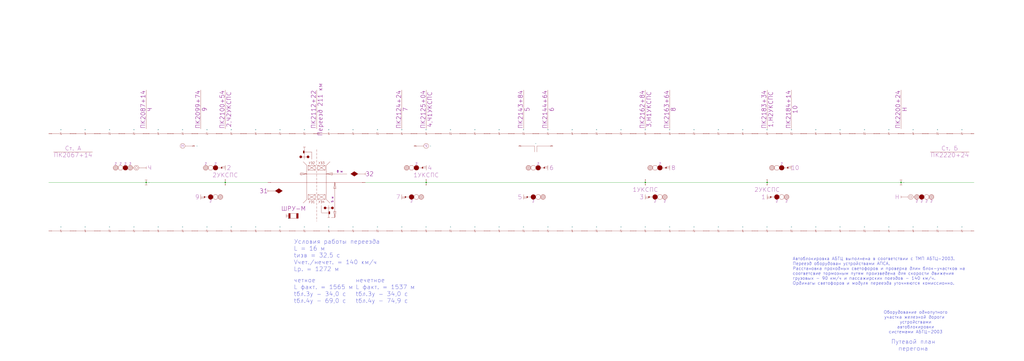
<source format=kicad_sch>
(kicad_sch (version 20231120) (generator "eeschema") (generator_version "8.0")
  (paper "User" 841 297)
  (title_block (company "МКТ АТ-351") (comment 1 "КП 27.02.03.03.000 ГЧ") (comment 2 "Сафранович") (comment 3 "Бузунова"))
  (lib_symbols
    (symbol "SCB:Входной" (pin_numbers hide) (pin_names (offset 0) hide)
      (property "Литера" "?" (at 1 0 0))
      (property "ДвухнитеваяК" "2" (at -17 3.5 0))
      (property "ДвухнитеваяЖ" "2" (at -25 3.5 0))
      (property "Двухнитевая2Ж" "2" (at -13 3.5 0))
      (property "ДвухнитеваяЗ" "2" (at -21 3.5 0))
      (property "ДвухнитеваяБ" "2" (at -8 3.5 0))
      (symbol "Входной_0_1"
        (circle (center -21 0) (radius 2))
        (polyline (pts (xy 0 -1) (xy 0 1)))
        (polyline (pts (xy 0 0) (xy -6 0)))
      )
      (symbol "Входной_1_1"
        (unit_name "Без заглушек")
        (circle (center -25 0) (radius 2))
        (circle (center -17 0) (radius 2) (fill (type outline)))
        (circle (center -13 0) (radius 2))
        (circle (center -8 0) (radius 1))
        (circle (center -8 0) (radius 2))
        (polyline (pts (xy -25 2) (xy -27 0)))
        (polyline (pts (xy -24.1875 1.8125) (xy -26.8125 -0.8125)))
        (polyline (pts (xy -23.625 1.375) (xy -26.375 -1.375)))
        (polyline (pts (xy -23.1875 0.8125) (xy -25.8125 -1.8125)))
        (polyline (pts (xy -23 0) (xy -25 -2)))
        (polyline (pts (xy -13 2) (xy -15 0)))
        (polyline (pts (xy -12.1875 1.8125) (xy -14.8125 -0.8125)))
        (polyline (pts (xy -11.625 1.375) (xy -14.375 -1.375)))
        (polyline (pts (xy -11.1875 0.8125) (xy -13.8125 -1.8125)))
        (polyline (pts (xy -11 0) (xy -13 -2)))
        (polyline (pts (xy -10 0) (xy -11 0)))
      )
      (symbol "Входной_2_1"
        (unit_name "Заглушка З")
        (circle (center -25 0) (radius 2))
        (circle (center -17 0) (radius 2) (fill (type outline)))
        (circle (center -13 0) (radius 2))
        (circle (center -8 0) (radius 1))
        (circle (center -8 0) (radius 2))
        (polyline (pts (xy -25 2) (xy -27 0)))
        (polyline (pts (xy -24.1875 1.8125) (xy -26.8125 -0.8125)))
        (polyline (pts (xy -23.625 1.375) (xy -26.375 -1.375)))
        (polyline (pts (xy -23.1875 0.8125) (xy -25.8125 -1.8125)))
        (polyline (pts (xy -23 0) (xy -25 -2)))
        (polyline (pts (xy -21 2) (xy -21 -2)))
        (polyline (pts (xy -19 0) (xy -23 0)))
        (polyline (pts (xy -13 2) (xy -15 0)))
        (polyline (pts (xy -12.1875 1.8125) (xy -14.8125 -0.8125)))
        (polyline (pts (xy -11.625 1.375) (xy -14.375 -1.375)))
        (polyline (pts (xy -11.1875 0.8125) (xy -13.8125 -1.8125)))
        (polyline (pts (xy -11 0) (xy -13 -2)))
        (polyline (pts (xy -10 0) (xy -11 0)))
      )
      (symbol "Входной_3_1"
        (unit_name "Заглушка ЗБ")
        (circle (center -25 0) (radius 2))
        (circle (center -17 0) (radius 2) (fill (type outline)))
        (circle (center -13 0) (radius 2))
        (circle (center -8 0) (radius 1))
        (circle (center -8 0) (radius 2))
        (polyline (pts (xy -25 2) (xy -27 0)))
        (polyline (pts (xy -24.1875 1.8125) (xy -26.8125 -0.8125)))
        (polyline (pts (xy -23.625 1.375) (xy -26.375 -1.375)))
        (polyline (pts (xy -23.1875 0.8125) (xy -25.8125 -1.8125)))
        (polyline (pts (xy -23 0) (xy -25 -2)))
        (polyline (pts (xy -23 0) (xy -19 0)))
        (polyline (pts (xy -21 2) (xy -21 -2)))
        (polyline (pts (xy -13 2) (xy -15 0)))
        (polyline (pts (xy -12.1875 1.8125) (xy -14.8125 -0.8125)))
        (polyline (pts (xy -11.625 1.375) (xy -14.375 -1.375)))
        (polyline (pts (xy -11.1875 0.8125) (xy -13.8125 -1.8125)))
        (polyline (pts (xy -11 0) (xy -13 -2)))
        (polyline (pts (xy -10 0) (xy -11 0)))
        (polyline (pts (xy -8 2) (xy -8 -2)))
        (polyline (pts (xy -6 0) (xy -10 0)))
      )
    )
    (symbol "SCB:Изостык" (pin_numbers hide) (pin_names (offset 0) hide)
      (symbol "Изостык_0_1"
        (polyline (pts (xy -1 -2) (xy 1 -2)))
        (polyline (pts (xy 0 -2) (xy 0 2)))
        (polyline (pts (xy 1 2) (xy -1 2)))
      )
      (symbol "Изостык_1_1"
        (unit_name "Одиночный")
        (pin unspecified line (at 0 0 90) (length 0) (name "привязка") (number ""))
      )
      (symbol "Изостык_2_1"
        (unit_name "Со светофором")
        (polyline (pts (xy -5 0) (xy 5 0)))
        (pin unspecified line (at 5 0 180) (length 0) (name "") (number ""))
        (pin unspecified line (at -5 0 0) (length 0) (name "привязка") (number ""))
      )
    )
    (symbol "SCB:Магистральный_кабель" (pin_numbers hide) (pin_names (offset 0) hide)
      (symbol "Магистральный_кабель_0_1"
        (polyline (pts (xy -8 0) (xy -1 0)))
        (polyline (pts (xy 1 0) (xy 8 0)))
      )
      (symbol "Магистральный_кабель_1_1"
        (text "N" (at 0 0 0) (effects (font (size 1.8 1.8))))
        (pin power_in line (at -10 0 0) (length 2.54) (name "привязка") (number ""))
        (pin power_in line (at 10 0 180) (length 2.54) (name "привязка") (number ""))
      )
    )
    (symbol "SCB:Пикет"
      (property "Пикет" "ПК0000+00" (at 0 2.5 0))
      (property "Объект" "Ч" (at 0 -3 0))
      (symbol "Пикет_0_1"
        (polyline (pts (xy -16 0) (xy 16 0)))
      )
    )
    (symbol "SCB:Проходной_3" (pin_numbers hide) (pin_names (offset 0) hide)
      (property "Литера" "?" (at 3 0 0))
      (property "ДвухнитеваяК" "2" (at -8 3.5 0))
      (property "ДвухнитеваяЖ" "2" (at -16 3.5 0))
      (property "ДвухнитеваяЗ" "2" (at -12 3.5 0))
      (symbol "Проходной_3_0_0"
        (circle (center -16 0) (radius 2))
        (polyline (pts (xy -16 2) (xy -18 0)))
        (polyline (pts (xy -15.1875 1.8125) (xy -17.8125 -0.8125)))
        (polyline (pts (xy -14.625 1.375) (xy -17.375 -1.375)))
        (polyline (pts (xy -14.1875 0.8125) (xy -16.8125 -1.8125)))
        (polyline (pts (xy -14 0) (xy -16 -2)))
      )
      (symbol "Проходной_3_0_1"
        (circle (center -12 0) (radius 2))
        (circle (center -8 0) (radius 2) (fill (type outline)))
      )
      (symbol "Проходной_3_1_1"
        (unit_name "Мачта ЖБИ")
        (circle (center -16 0) (radius 2))
        (polyline (pts (xy -16 2) (xy -18 0)))
        (polyline (pts (xy -15.1875 1.8125) (xy -17.8125 -0.8125)))
        (polyline (pts (xy -14.625 1.375) (xy -17.375 -1.375)))
        (polyline (pts (xy -14.1875 0.8125) (xy -16.8125 -1.8125)))
        (polyline (pts (xy -14 0) (xy -16 -2)))
        (polyline (pts (xy 0 -1) (xy 0 1)))
        (polyline (pts (xy 0 0) (xy -6 0)))
      )
      (symbol "Проходной_3_2_1"
        (unit_name "В туннелях")
        (circle (center -16 0) (radius 2))
        (polyline (pts (xy -16 2) (xy -18 0)))
        (polyline (pts (xy -15.1875 1.8125) (xy -17.8125 -0.8125)))
        (polyline (pts (xy -14.625 1.375) (xy -17.375 -1.375)))
        (polyline (pts (xy -14.1875 0.8125) (xy -16.8125 -1.8125)))
        (polyline (pts (xy -14 0) (xy -16 -2)))
        (polyline (pts (xy 0 -1) (xy 0 1)))
        (polyline (pts (xy 0 -1) (xy 1 -1)))
        (polyline (pts (xy 0 0) (xy -6 0)))
        (polyline (pts (xy 0 1) (xy 1 1)))
      )
      (symbol "Проходной_3_3_1"
        (unit_name "Мачта сталь")
        (circle (center -16 0) (radius 2))
        (polyline (pts (xy -16 2) (xy -18 0)))
        (polyline (pts (xy -15.1875 1.8125) (xy -17.8125 -0.8125)))
        (polyline (pts (xy -14.625 1.375) (xy -17.375 -1.375)))
        (polyline (pts (xy -14.1875 0.8125) (xy -16.8125 -1.8125)))
        (polyline (pts (xy -14 0) (xy -16 -2)))
        (polyline (pts (xy 0 -1) (xy -7 -1)))
        (polyline (pts (xy 0 1) (xy -7 1)))
        (polyline (pts (xy 0 2) (xy 0 -2)))
      )
      (symbol "Проходной_3_4_1"
        (unit_name "С муфтой")
        (circle (center -3 0) (radius 0.5) (fill (type outline)))
        (polyline (pts (xy -6 0) (xy 0 0)))
        (polyline (pts (xy 0 -2) (xy 0 2)))
        (polyline (pts (xy 0 1) (xy -3 1) (xy -3 1)))
        (pin input line (at -3 1 270) (length 1) (name "") (number ""))
      )
      (symbol "Проходной_3_5_1"
        (unit_name "1ТЯ")
        (circle (center -16 0) (radius 2))
        (polyline (pts (xy -16 2) (xy -18 0)))
        (polyline (pts (xy -15.1875 1.8125) (xy -17.8125 -0.8125)))
        (polyline (pts (xy -14.625 1.375) (xy -17.375 -1.375)))
        (polyline (pts (xy -14.1875 0.8125) (xy -16.8125 -1.8125)))
        (polyline (pts (xy -14 0) (xy -16 -2)))
        (polyline (pts (xy 0 -2) (xy 0 2)))
        (polyline (pts (xy 0 0) (xy -6 0)))
        (polyline (pts (xy -3 1) (xy -3 1) (xy 0 1)))
        (pin input line (at -3 1 270) (length 1) (name "") (number ""))
      )
      (symbol "Проходной_3_6_1"
        (unit_name "2ТЯ")
        (circle (center -16 0) (radius 2))
        (polyline (pts (xy -16 2) (xy -18 0)))
        (polyline (pts (xy -15.1875 1.8125) (xy -17.8125 -0.8125)))
        (polyline (pts (xy -14.625 1.375) (xy -17.375 -1.375)))
        (polyline (pts (xy -14.1875 0.8125) (xy -16.8125 -1.8125)))
        (polyline (pts (xy -14 0) (xy -16 -2)))
        (polyline (pts (xy -3 1) (xy 0 1)))
        (polyline (pts (xy 0 -2) (xy 0 2)))
        (polyline (pts (xy 0 -1) (xy -3 -1)))
        (polyline (pts (xy 0 0) (xy -6 0)))
        (pin input line (at -3 -1 90) (length 1) (name "") (number ""))
        (pin input line (at -3 1 270) (length 1) (name "") (number ""))
      )
    )
    (symbol "SCB:УКСПС" (pin_numbers hide) (pin_names (offset 0) hide)
      (property "Литера" "?УКСПС" (at 0 6 0))
      (symbol "УКСПС_0_1"
        (polyline (pts (xy 0 -2) (xy 0 2)))
      )
      (symbol "УКСПС_1_1"
        (unit_name "Без направления")
        (circle (center 0 -2) (radius 0.25) (fill (type outline)))
        (circle (center 0 2) (radius 0.25) (fill (type outline)))
        (pin unspecified line (at 0 0 90) (length 0) (name "привязка") (number ""))
      )
      (symbol "УКСПС_2_1"
        (unit_name "С направлением")
        (circle (center 0 -2) (radius 0.25) (fill (type outline)))
        (polyline (pts (xy -1.5 2.5) (xy -5.5 2.5)))
        (polyline (pts (xy -5.5 2.5) (xy -4 3) (xy -4 2) (xy -5.5 2.5)) (fill (type outline)))
        (circle (center 0 2) (radius 0.25) (fill (type outline)))
        (pin unspecified line (at 0 0 90) (length 0) (name "привязка") (number ""))
      )
    )
    (symbol "SCB:Шкаф_релейный"
      (property "Шкаф" "РШ" (at 0 6 0))
      (symbol "Шкаф_релейный_0_1"
        (rectangle (start -4 2) (end 4 -2))
      )
      (symbol "Шкаф_релейный_1_1"
        (unit_name "Наружной установки")
        (rectangle (start -4 2) (end -2.5 -2) (fill (type outline)))
        (rectangle (start 2.5 2) (end 4 -2) (fill (type outline)))
      )
      (symbol "Шкаф_релейный_2_1"
        (unit_name "С телефоном")
        (rectangle (start -4 2) (end -2.5 -2) (fill (type outline)))
        (polyline (pts (xy -6 1.5) (xy -6 -1.5)))
        (polyline (pts (xy -4 0) (xy -6 0)))
        (rectangle (start 2.5 2) (end 4 -2) (fill (type outline)))
      )
      (symbol "Шкаф_релейный_3_1"
        (unit_name "Туннельной установки")
        (polyline (pts (xy -4 -0.5) (xy -2.5 0.5)))
        (polyline (pts (xy -2.5 2) (xy -2.5 -2)))
        (polyline (pts (xy 2.5 -0.5) (xy 4 0.5)))
        (polyline (pts (xy 2.5 2) (xy 2.5 -2)))
      )
    )
    (symbol "SCB_АБТЦ:Деление_перегона"
      (symbol "Деление_перегона_0_1"
        (polyline (pts (xy -14 5) (xy -12 4.5)))
        (polyline (pts (xy -14 5) (xy -12 5.5)))
        (polyline (pts (xy 14 5) (xy 12 4.5)))
        (polyline (pts (xy 14 5) (xy 12 5.5)))
        (polyline (pts (xy -1 0) (xy -1 5) (xy -14 5)))
        (polyline (pts (xy 1 0) (xy 1 5) (xy 14 5)))
      )
    )
    (symbol "SCB_АБТЦ:Переезд_1п" (pin_numbers hide) (pin_names (offset 0) hide)
      (property "Л.заградительного.1" "?1" (at -43.5 3 0))
      (property "Л.заградительного.2" "?2" (at 43.5 17 0))
      (property "Ширина" "Ширина" (at 19 19 0))
      (property "Расстояние" "Расстояние" (at 13 -4 90))
      (symbol "Переезд_1п_0_1"
        (rectangle (start -7 0) (end -1 -4))
        (rectangle (start -7 24) (end -1 20))
        (polyline (pts (xy -40 2) (xy -40 4)))
        (polyline (pts (xy -40 3) (xy -34 3)))
        (polyline (pts (xy -14 17) (xy 25 17)))
        (polyline (pts (xy -10 39) (xy -10 29)))
        (polyline (pts (xy -9 39) (xy -11 39)))
        (polyline (pts (xy -7 31) (xy -13 31)))
        (polyline (pts (xy 7 -11) (xy 13 -11)))
        (polyline (pts (xy 9 -19) (xy 11 -19)))
        (polyline (pts (xy 10 -19) (xy 10 -9)))
        (polyline (pts (xy 15 10) (xy 15 -19)))
        (polyline (pts (xy 40 16) (xy 40 18)))
        (polyline (pts (xy 40 17) (xy 34 17)))
        (polyline (pts (xy -10 35) (xy -4 35) (xy -4 29)))
        (polyline (pts (xy 10 -15) (xy 4 -15) (xy 4 -9)))
        (polyline (pts (xy -11 -7) (xy -8 -4) (xy -8 24) (xy -11 27)))
        (polyline (pts (xy -8 17) (xy -13 18) (xy -13 16) (xy -8 17)))
        (polyline (pts (xy 8 17) (xy 13 18) (xy 13 16) (xy 8 17)))
        (polyline (pts (xy 11 -7) (xy 8 -4) (xy 8 24) (xy 11 27)))
        (polyline (pts (xy 15 -19) (xy 16 -14) (xy 14 -14) (xy 15 -19)))
        (polyline (pts (xy 15 10) (xy 16 5) (xy 14 5) (xy 15 10)))
        (rectangle (start 1 0) (end 7 -4))
        (rectangle (start 1 24) (end 7 20))
      )
      (symbol "Переезд_1п_1_1"
        (circle (center -13 31) (radius 1) (fill (type outline)))
        (rectangle (start -10 34) (end -11 36) (fill (type outline)))
        (circle (center -7 31) (radius 1) (fill (type outline)))
        (polyline (pts (xy -7 0) (xy -1 -4)))
        (polyline (pts (xy -7 24) (xy -1 20)))
        (polyline (pts (xy -1 0) (xy -7 -4)))
        (polyline (pts (xy -1 24) (xy -7 20)))
        (polyline (pts (xy 0 37) (xy 0 -22)) (stroke (width 0) (type dash_dot)))
        (polyline (pts (xy 1 0) (xy 7 -4)))
        (polyline (pts (xy 1 24) (xy 7 20)))
        (polyline (pts (xy 7 0) (xy 1 -4)))
        (polyline (pts (xy 7 24) (xy 1 20)))
        (polyline (pts (xy 15 -19) (xy 12 -19)))
        (polyline (pts (xy 38 10) (xy -38 10)))
        (polyline (pts (xy -34 3) (xy -31 1) (xy -28 3) (xy -31 5) (xy -34 3)) (fill (type outline)))
        (polyline (pts (xy 34 17) (xy 31 15) (xy 28 17) (xy 31 19) (xy 34 17)) (fill (type outline)))
        (circle (center 7 -11) (radius 1) (fill (type outline)))
        (rectangle (start 10 -14) (end 11 -16) (fill (type outline)))
        (circle (center 13 -11) (radius 1) (fill (type outline)))
        (text "УЗ1" (at -4 -6 0) (effects (font (size 1.8 1.8))))
        (text "УЗ2" (at -4 26 0) (effects (font (size 1.8 1.8))))
        (text "УЗ3" (at 4 26 0) (effects (font (size 1.8 1.8))))
        (text "УЗ4" (at 4 -6 0) (effects (font (size 1.8 1.8))))
        (pin unspecified line (at -40 10 0) (length 2.54) (name "привязка") (number ""))
        (pin unspecified line (at 40 10 180) (length 2.54) (name "привязка") (number ""))
      )
    )
    (symbol "SCB_АБТЦ:Приближение"
      (property "Направление" "Н" (at 0 0 0))
      (symbol "Приближение_0_1"
        (polyline (pts (xy 2 0) (xy 10 0)))
        (polyline (pts (xy 10 0) (xy 8 -0.5)))
        (polyline (pts (xy 10 0) (xy 8 0.5)))
        (circle (center 0 0) (radius 2))
      )
    )
  )
  (junction (at 185 150))
  (junction (at 350 150))
  (junction (at 740 150))
  (junction (at 630 150))
  (junction (at 120 150))
  (junction (at 530 150))
  (wire (pts (xy 300 150) (xy 350 150)))
  (wire (pts (xy 630 150) (xy 740 150)))
  (wire (pts (xy 530 150) (xy 630 150)))
  (wire (pts (xy 40 150) (xy 120 150)))
  (wire (pts (xy 350 150) (xy 530 150)))
  (wire (pts (xy 120 150) (xy 185 150)))
  (wire (pts (xy 185 150) (xy 220 150)))
  (wire (pts (xy 740 150) (xy 800 150)))
  (text "Оборудование однопутного\nучастка железной дороги \nустройствами\nавтоблокировки\nсистемами АБТЦ-2003" (at 752 265 0) (effects (font (size 2.5 2.5))))
  (text "четное\nL факт. = 1565 м\ntбл.Зу - З4,0 с\ntбл.4у - 69,0 с" (at 241.3 228.6 0) (effects (font (size 3.5 3.5)) (justify left top)))
  (text "Автоблокировка АБТЦ выполнена в соответствии с ТМП АБТЦ-2003.\nПереезд оборудован устройствами АПСА.\nРасстановка проходных светофоров и проверка длин блок-участков на\nсоответсвие тормозным путям произведена для скорости движения\nгрузовых - 90 км/ч и пассажирских поездов - 140 км/ч.\nОрдинаты светофоров и модуля переезда уточняются комиссионно." (at 651 223 0) (effects (font (size 2.5 2.5)) (justify left)))
  (text "нечетное\nL факт. = 1537 м\ntбл.Зу - 34,0 с\ntбл.4у - 74,9 с\n\n" (at 292.1 228.6 0) (effects (font (size 3.5 3.5)) (justify left top)))
  (text "Условия работы переезда\nL = 16 м\ntизв = 32,5 с\nVчет./нечет. = 140 км/ч\nLp. = 1272 м" (at 241.3 196.85 0) (effects (font (size 3.5 3.5)) (justify left top)))
  (text "Путевой план\nперегона" (at 750 284 0) (effects (font (size 3.5 3.5))))
  (symbol (lib_name "SCB:Магистральный_кабель") (lib_id "SCB:Магистральный_кабель") (at 350 190 0) (unit 1)
    (property "Reference" "Магистральный_кабель?" (effects (hide yes)))
    (property "Value" "~" (at 350 186.69 0))
  )
  (symbol (lib_name "SCB:Магистральный_кабель") (lib_id "SCB:Магистральный_кабель") (at 490 190 0) (unit 1)
    (property "Reference" "Магистральный_кабель?" (effects (hide yes)))
    (property "Value" "~" (at 490 186.69 0))
  )
  (symbol (lib_name "SCB:Магистральный_кабель") (lib_id "SCB:Магистральный_кабель") (at 130 110 0) (unit 1)
    (property "Reference" "Магистральный_кабель?" (effects (hide yes)))
    (property "Value" "~" (at 130 106.68 0))
  )
  (symbol (lib_name "SCB:Магистральный_кабель") (lib_id "SCB:Магистральный_кабель") (at 50 190 0) (unit 1)
    (property "Reference" "Магистральный_2" (effects (hide yes)))
    (property "Value" "~" (at 50 186.69 0))
  )
  (symbol (lib_name "SCB:Магистральный_кабель") (lib_id "SCB:Магистральный_кабель") (at 750 190 0) (unit 1)
    (property "Reference" "Магистральный_кабель?" (effects (hide yes)))
    (property "Value" "~" (at 750 186.69 0))
  )
  (symbol (lib_id "SCB:Пикет") (at 630 90 90) (unit 1)
    (property "Reference" "ПК1111" (effects (hide yes)))
    (property "Пикет" "ПК2183+34" (at 627.5 90 0) (effects (font (size 3.5 3.5))))
    (property "Объект" "1,Н2УКСПС" (at 633 90 0) (effects (font (size 3.5 3.5))))
  )
  (symbol (lib_id "SCB:Пикет") (at 330 90 90) (unit 1)
    (property "Reference" "ПК11" (effects (hide yes)))
    (property "Пикет" "ПК2124+24" (at 327.5 90 0) (effects (font (size 3.5 3.5))))
    (property "Объект" "7" (at 333 90 0) (effects (font (size 3.5 3.5))))
  )
  (symbol (lib_name "SCB:Магистральный_кабель") (lib_id "SCB:Магистральный_кабель") (at 390 190 0) (unit 1)
    (property "Reference" "Магистральный_кабель?" (effects (hide yes)))
    (property "Value" "~" (at 390 186.69 0))
  )
  (symbol (lib_name "SCB:Магистральный_кабель") (lib_id "SCB:Магистральный_кабель") (at 790 190 0) (unit 1)
    (property "Reference" "Магистральный_кабель?" (effects (hide yes)))
    (property "Value" "~" (at 790 186.69 0))
  )
  (symbol (lib_id "SCB:УКСПС") (at 185 150 0) (unit 1)
    (property "Reference" "УКСПС1" (effects (hide yes)))
    (property "Литера" "2УКСПС" (at 185 144 0) (effects (font (size 3.5 3.5))))
  )
  (symbol (lib_name "SCB:Магистральный_кабель") (lib_id "SCB:Магистральный_кабель") (at 210 190 0) (unit 1)
    (property "Reference" "Магистральный_кабель?" (effects (hide yes)))
    (property "Value" "~" (at 210 186.69 0))
  )
  (symbol (lib_name "SCB:Проходной_3") (lib_id "SCB:Проходной_3") (at 630 162 180) (unit 4)
    (property "Reference" "Проходной111" (effects (hide yes)))
    (property "Литера" "1" (at 627 162 0) (effects (font (size 3.5 3.5))))
    (property "ДвухнитеваяК" "2" (at 638 165.5 0) (effects (font (size 1.8 1.8))))
    (property "ДвухнитеваяЖ" "2" (at 646 165.5 0) (effects (font (size 1.8 1.8))))
    (property "ДвухнитеваяЗ" "2" (effects (hide yes)))
  )
  (symbol (lib_id "SCB:Пикет") (at 450 90 90) (unit 1)
    (property "Reference" "ПК12" (effects (hide yes)))
    (property "Пикет" "ПК2144+64" (at 447.5 90 0) (effects (font (size 3.5 3.5))))
    (property "Объект" "6" (at 453 90 0) (effects (font (size 3.5 3.5))))
  )
  (symbol (lib_name "SCB:Магистральный_кабель") (lib_id "SCB:Магистральный_кабель") (at 190 190 0) (unit 1)
    (property "Reference" "Магистральный_кабель?" (effects (hide yes)))
    (property "Value" "~" (at 190 186.69 0))
  )
  (symbol (lib_id "SCB_АБТЦ:Приближение") (at 350 120 180) (unit 1)
    (property "Reference" "П1" (effects (hide yes)))
    (property "Value" "~" (at 353.06 120 0) (effects (justify right)))
    (property "Направление" "Ч" (at 350 120 0) (effects (font (size 2.5 2.5))))
  )
  (symbol (lib_name "SCB:Магистральный_кабель") (lib_id "SCB:Магистральный_кабель") (at 430 190 0) (unit 1)
    (property "Reference" "Магистральный_кабель?" (effects (hide yes)))
    (property "Value" "~" (at 430 186.69 0))
  )
  (symbol (lib_name "SCB:Магистральный_кабель") (lib_id "SCB:Магистральный_кабель") (at 170 110 0) (unit 1)
    (property "Reference" "Магистральный_кабель?" (effects (hide yes)))
    (property "Value" "~" (at 170 106.68 0))
  )
  (symbol (lib_name "SCB:Магистральный_кабель") (lib_id "SCB:Магистральный_кабель") (at 770 190 0) (unit 1)
    (property "Reference" "Магистральный_кабель?" (effects (hide yes)))
    (property "Value" "~" (at 770 186.69 0))
  )
  (symbol (lib_id "SCB:Пикет") (at 430 90 90) (unit 1)
    (property "Reference" "ПК11" (effects (hide yes)))
    (property "Пикет" "ПК2143+84" (at 427.5 90 0) (effects (font (size 3.5 3.5))))
    (property "Объект" "5" (at 433 90 0) (effects (font (size 3.5 3.5))))
  )
  (symbol (lib_name "SCB:Магистральный_кабель") (lib_id "SCB:Магистральный_кабель") (at 430 110 0) (unit 1)
    (property "Reference" "Магистральный_кабель?" (effects (hide yes)))
    (property "Value" "~" (at 430 106.68 0))
  )
  (symbol (lib_name "SCB:Проходной_3") (lib_id "SCB:Проходной_3") (at 650 138 0) (unit 4)
    (property "Reference" "Проходной11" (effects (hide yes)))
    (property "Литера" "10" (at 653 138 0) (effects (font (size 3.5 3.5))))
    (property "ДвухнитеваяК" "2" (at 642 134.5 0) (effects (font (size 1.8 1.8))))
    (property "ДвухнитеваяЖ" "2" (effects (hide yes)))
    (property "ДвухнитеваяЗ" "2" (effects (hide yes)))
  )
  (symbol (lib_name "SCB:Магистральный_кабель") (lib_id "SCB:Магистральный_кабель") (at 270 110 0) (unit 1)
    (property "Reference" "Магистральный_кабель?" (effects (hide yes)))
    (property "Value" "~" (at 270 106.68 0))
  )
  (symbol (lib_name "SCB:Магистральный_кабель") (lib_id "SCB:Магистральный_кабель") (at 90 110 0) (unit 1)
    (property "Reference" "Магистральный_кабель1" (effects (hide yes)))
    (property "Value" "~" (at 90 106.68 0))
  )
  (symbol (lib_name "SCB:Магистральный_кабель") (lib_id "SCB:Магистральный_кабель") (at 650 110 0) (unit 1)
    (property "Reference" "Магистральный_кабель?" (effects (hide yes)))
    (property "Value" "~" (at 650 106.68 0))
  )
  (symbol (lib_name "SCB:Магистральный_кабель") (lib_id "SCB:Магистральный_кабель") (at 630 110 0) (unit 1)
    (property "Reference" "Магистральный_кабель?" (effects (hide yes)))
    (property "Value" "~" (at 630 106.68 0))
  )
  (symbol (lib_id "SCB:Пикет") (at 780 125 180) (unit 1)
    (property "Reference" "ПК111" (effects (hide yes)))
    (property "Пикет" "ПК2220+24" (at 780 127.5 0) (effects (font (size 3.5 3.5))))
    (property "Объект" "Ст. Б" (at 780 122 0) (effects (font (size 3.5 3.5))))
  )
  (symbol (lib_name "SCB:Магистральный_кабель") (lib_id "SCB:Магистральный_кабель") (at 510 110 0) (unit 1)
    (property "Reference" "Магистральный_кабель?" (effects (hide yes)))
    (property "Value" "~" (at 510 106.68 0))
  )
  (symbol (lib_name "SCB:Магистральный_кабель") (lib_id "SCB:Магистральный_кабель") (at 50 110 0) (unit 1)
    (property "Reference" "Магистральный_1" (effects (hide yes)))
    (property "Value" "~" (at 50 106.68 0))
  )
  (symbol (lib_name "SCB:Магистральный_кабель") (lib_id "SCB:Магистральный_кабель") (at 550 110 0) (unit 1)
    (property "Reference" "Магистральный_кабель?" (effects (hide yes)))
    (property "Value" "~" (at 550 106.68 0))
  )
  (symbol (lib_id "SCB:Пикет") (at 350 90 90) (unit 1)
    (property "Reference" "ПК12" (effects (hide yes)))
    (property "Пикет" "ПК2125+04" (at 347.5 90 0) (effects (font (size 3.5 3.5))))
    (property "Объект" "4,Ч1УКСПС" (at 353 90 0) (effects (font (size 3.5 3.5))))
  )
  (symbol (lib_name "SCB:Магистральный_кабель") (lib_id "SCB:Магистральный_кабель") (at 630 190 0) (unit 1)
    (property "Reference" "Магистральный_кабель?" (effects (hide yes)))
    (property "Value" "~" (at 630 186.69 0))
  )
  (symbol (lib_name "SCB:Магистральный_кабель") (lib_id "SCB:Магистральный_кабель") (at 370 190 0) (unit 1)
    (property "Reference" "Магистральный_кабель?" (effects (hide yes)))
    (property "Value" "~" (at 370 186.69 0))
  )
  (symbol (lib_name "SCB:Магистральный_кабель") (lib_id "SCB:Магистральный_кабель") (at 250 110 0) (unit 1)
    (property "Reference" "Магистральный_кабель?" (effects (hide yes)))
    (property "Value" "~" (at 250 106.68 0))
  )
  (symbol (lib_name "SCB:Магистральный_кабель") (lib_id "SCB:Магистральный_кабель") (at 530 190 0) (unit 1)
    (property "Reference" "Магистральный_кабель?" (effects (hide yes)))
    (property "Value" "~" (at 530 186.69 0))
  )
  (symbol (lib_name "SCB:Магистральный_кабель") (lib_id "SCB:Магистральный_кабель") (at 310 110 0) (unit 1)
    (property "Reference" "Магистральный_кабель?" (effects (hide yes)))
    (property "Value" "~" (at 310 106.68 0))
  )
  (symbol (lib_name "SCB:Магистральный_кабель") (lib_id "SCB:Магистральный_кабель") (at 710 110 0) (unit 1)
    (property "Reference" "Магистральный_кабель?" (effects (hide yes)))
    (property "Value" "~" (at 710 106.68 0))
  )
  (symbol (lib_name "SCB:Магистральный_кабель") (lib_id "SCB:Магистральный_кабель") (at 270 190 0) (unit 1)
    (property "Reference" "Магистральный_кабель?" (effects (hide yes)))
    (property "Value" "~" (at 270 186.69 0))
  )
  (symbol (lib_name "SCB:Изостык") (lib_id "SCB:Изостык") (at 740 150 0) (unit 1)
    (property "Reference" "И1" (effects (hide yes)))
    (property "Value" "~" (at 741.68 150 0) (effects (justify left)))
  )
  (symbol (lib_name "SCB:Магистральный_кабель") (lib_id "SCB:Магистральный_кабель") (at 90 190 0) (unit 1)
    (property "Reference" "Магистральный_кабель1" (effects (hide yes)))
    (property "Value" "~" (at 90 186.69 0))
  )
  (symbol (lib_name "SCB:Магистральный_кабель") (lib_id "SCB:Магистральный_кабель") (at 70 190 0) (unit 1)
    (property "Reference" "Магистральный_4" (effects (hide yes)))
    (property "Value" "~" (at 70 186.69 0))
  )
  (symbol (lib_name "SCB:Магистральный_кабель") (lib_id "SCB:Магистральный_кабель") (at 370 110 0) (unit 1)
    (property "Reference" "Магистральный_кабель?" (effects (hide yes)))
    (property "Value" "~" (at 370 106.68 0))
  )
  (symbol (lib_name "SCB:Магистральный_кабель") (lib_id "SCB:Магистральный_кабель") (at 510 190 0) (unit 1)
    (property "Reference" "Магистральный_кабель?" (effects (hide yes)))
    (property "Value" "~" (at 510 186.69 0))
  )
  (symbol (lib_name "SCB:Магистральный_кабель") (lib_id "SCB:Магистральный_кабель") (at 410 190 0) (unit 1)
    (property "Reference" "Магистральный_кабель?" (effects (hide yes)))
    (property "Value" "~" (at 410 186.69 0))
  )
  (symbol (lib_name "SCB:Магистральный_кабель") (lib_id "SCB:Магистральный_кабель") (at 330 190 0) (unit 1)
    (property "Reference" "Магистральный_кабель?" (effects (hide yes)))
    (property "Value" "~" (at 330 186.69 0))
  )
  (symbol (lib_name "SCB:Магистральный_кабель") (lib_id "SCB:Магистральный_кабель") (at 610 190 0) (unit 1)
    (property "Reference" "Магистральный_кабель?" (effects (hide yes)))
    (property "Value" "~" (at 610 186.69 0))
  )
  (symbol (lib_id "SCB:Пикет") (at 650 90 90) (unit 1)
    (property "Reference" "ПК1211" (effects (hide yes)))
    (property "Пикет" "ПК2184+14" (at 647.5 90 0) (effects (font (size 3.5 3.5))))
    (property "Объект" "10" (at 653 90 0) (effects (font (size 3.5 3.5))))
  )
  (symbol (lib_id "SCB:Пикет") (at 165 90 90) (unit 1)
    (property "Reference" "ПК1" (effects (hide yes)))
    (property "Пикет" "ПК2099+74" (at 162.5 90 0) (effects (font (size 3.5 3.5))))
    (property "Объект" "9" (at 168 90 0) (effects (font (size 3.5 3.5))))
  )
  (symbol (lib_id "SCB:Шкаф_релейный") (at 241 177.5 0) (unit 2)
    (property "Reference" "РШ1" (effects (hide yes)))
    (property "Value" "~" (at 237 179.5 0))
    (property "Шкаф" "ШРУ-М" (at 241 171.5 0) (effects (font (size 3.5 3.5))))
  )
  (symbol (lib_name "SCB:Проходной_3") (lib_id "SCB:Проходной_3") (at 350 138 0) (unit 4)
    (property "Reference" "Проходной11" (effects (hide yes)))
    (property "Литера" "4" (at 353 138 0) (effects (font (size 3.5 3.5))))
    (property "ДвухнитеваяК" "2" (at 342 134.5 0) (effects (font (size 1.8 1.8))))
    (property "ДвухнитеваяЖ" "2" (effects (hide yes)))
    (property "ДвухнитеваяЗ" "2" (effects (hide yes)))
  )
  (symbol (lib_name "SCB:Магистральный_кабель") (lib_id "SCB:Магистральный_кабель") (at 410 110 0) (unit 1)
    (property "Reference" "Магистральный_кабель?" (effects (hide yes)))
    (property "Value" "~" (at 410 106.68 0))
  )
  (symbol (lib_id "SCB:Пикет") (at 60 125 180) (unit 1)
    (property "Reference" "ПК11" (effects (hide yes)))
    (property "Пикет" "ПК2067+14" (at 60 127.5 0) (effects (font (size 3.5 3.5))))
    (property "Объект" "Ст. А" (at 60 122 0) (effects (font (size 3.5 3.5))))
  )
  (symbol (lib_name "SCB:Магистральный_кабель") (lib_id "SCB:Магистральный_кабель") (at 470 110 0) (unit 1)
    (property "Reference" "Магистральный_кабель?" (effects (hide yes)))
    (property "Value" "~" (at 470 106.68 0))
  )
  (symbol (lib_name "SCB:Магистральный_кабель") (lib_id "SCB:Магистральный_кабель") (at 450 110 0) (unit 1)
    (property "Reference" "Магистральный_кабель?" (effects (hide yes)))
    (property "Value" "~" (at 450 106.68 0))
  )
  (symbol (lib_id "SCB:УКСПС") (at 630 150 180) (unit 1)
    (property "Reference" "УКСПС1" (effects (hide yes)))
    (property "Литера" "2УКСПС" (at 630 156 0) (effects (font (size 3.5 3.5))))
  )
  (symbol (lib_id "SCB_АБТЦ:Переезд_1п") (at 260 160 0) (unit 1)
    (property "Reference" "ПЕРЕЕЗД1" (effects (hide yes)))
    (property "Л.заградительного.1" "З1" (at 216.5 157 0) (effects (font (size 3.5 3.5))))
    (property "Л.заградительного.2" "З2" (at 303.5 143 0) (effects (font (size 3.5 3.5))))
    (property "Ширина" "8 м" (at 279 141 0) (effects (font (size 1.8 1.8))))
    (property "Расстояние" "5 м" (at 273 164 90) (effects (font (size 1.8 1.8))))
  )
  (symbol (lib_name "SCB:Магистральный_кабель") (lib_id "SCB:Магистральный_кабель") (at 170 190 0) (unit 1)
    (property "Reference" "Магистральный_кабель?" (effects (hide yes)))
    (property "Value" "~" (at 170 186.69 0))
  )
  (symbol (lib_id "SCB:Пикет") (at 120 90 90) (unit 1)
    (property "Reference" "ПК1" (effects (hide yes)))
    (property "Пикет" "ПК2087+14" (at 117.5 90 0) (effects (font (size 3.5 3.5))))
    (property "Объект" "Ч" (at 123 90 0) (effects (font (size 3.5 3.5))))
  )
  (symbol (lib_id "SCB:Пикет") (at 740 90 90) (unit 1)
    (property "Reference" "ПК12111" (effects (hide yes)))
    (property "Пикет" "ПК2200+24" (at 737.5 90 0) (effects (font (size 3.5 3.5))))
    (property "Объект" "Н" (at 743 90 0) (effects (font (size 3.5 3.5))))
  )
  (symbol (lib_id "SCB:Входной") (at 740 162 180) (unit 1)
    (property "Reference" "Входной1" (effects (hide yes)))
    (property "Литера" "Н" (at 739 162 0) (effects (font (size 3.5 3.5)) (justify left)))
    (property "ДвухнитеваяК" "2" (at 757 165.5 0) (effects (font (size 1.8 1.8))))
    (property "ДвухнитеваяЖ" "2" (at 765 165.5 0) (effects (font (size 1.8 1.8))))
    (property "Двухнитевая2Ж" "2" (at 753 165.5 0) (effects (font (size 1.8 1.8))))
    (property "ДвухнитеваяЗ" "2" (at 761 165.5 0) (effects (font (size 1.8 1.8))))
    (property "ДвухнитеваяБ" "2" (effects (hide yes)))
  )
  (symbol (lib_name "SCB:Проходной_3") (lib_id "SCB:Проходной_3") (at 450 138 0) (unit 4)
    (property "Reference" "Проходной11" (effects (hide yes)))
    (property "Литера" "6" (at 453 138 0) (effects (font (size 3.5 3.5))))
    (property "ДвухнитеваяК" "2" (at 442 134.5 0) (effects (font (size 1.8 1.8))))
    (property "ДвухнитеваяЖ" "2" (effects (hide yes)))
    (property "ДвухнитеваяЗ" "2" (effects (hide yes)))
  )
  (symbol (lib_name "SCB:Магистральный_кабель") (lib_id "SCB:Магистральный_кабель") (at 770 110 0) (unit 1)
    (property "Reference" "Магистральный_кабель?" (effects (hide yes)))
    (property "Value" "~" (at 770 106.68 0))
  )
  (symbol (lib_name "SCB:Магистральный_кабель") (lib_id "SCB:Магистральный_кабель") (at 570 190 0) (unit 1)
    (property "Reference" "Магистральный_кабель?" (effects (hide yes)))
    (property "Value" "~" (at 570 186.69 0))
  )
  (symbol (lib_id "SCB:УКСПС") (at 530 150 180) (unit 1)
    (property "Reference" "УКСПС1" (effects (hide yes)))
    (property "Литера" "1УКСПС" (at 530 156 0) (effects (font (size 3.5 3.5))))
  )
  (symbol (lib_name "SCB:Магистральный_кабель") (lib_id "SCB:Магистральный_кабель") (at 290 190 0) (unit 1)
    (property "Reference" "Магистральный_кабель?" (effects (hide yes)))
    (property "Value" "~" (at 290 186.69 0))
  )
  (symbol (lib_name "SCB:Магистральный_кабель") (lib_id "SCB:Магистральный_кабель") (at 210 110 0) (unit 1)
    (property "Reference" "Магистральный_кабель?" (effects (hide yes)))
    (property "Value" "~" (at 210 106.68 0))
  )
  (symbol (lib_name "SCB:Магистральный_кабель") (lib_id "SCB:Магистральный_кабель") (at 550 190 0) (unit 1)
    (property "Reference" "Магистральный_кабель?" (effects (hide yes)))
    (property "Value" "~" (at 550 186.69 0))
  )
  (symbol (lib_name "SCB:Проходной_3") (lib_id "SCB:Проходной_3") (at 330 162 180) (unit 4)
    (property "Reference" "Проходной111" (effects (hide yes)))
    (property "Литера" "7" (at 327 162 0) (effects (font (size 3.5 3.5))))
    (property "ДвухнитеваяК" "2" (at 338 165.5 0) (effects (font (size 1.8 1.8))))
    (property "ДвухнитеваяЖ" "2" (effects (hide yes)))
    (property "ДвухнитеваяЗ" "2" (effects (hide yes)))
  )
  (symbol (lib_id "SCB:Пикет") (at 550 90 90) (unit 1)
    (property "Reference" "ПК121" (effects (hide yes)))
    (property "Пикет" "ПК2163+64" (at 547.5 90 0) (effects (font (size 3.5 3.5))))
    (property "Объект" "8" (at 553 90 0) (effects (font (size 3.5 3.5))))
  )
  (symbol (lib_name "SCB:Магистральный_кабель") (lib_id "SCB:Магистральный_кабель") (at 590 110 0) (unit 1)
    (property "Reference" "Магистральный_кабель?" (effects (hide yes)))
    (property "Value" "~" (at 590 106.68 0))
  )
  (symbol (lib_name "SCB:Магистральный_кабель") (lib_id "SCB:Магистральный_кабель") (at 330 110 0) (unit 1)
    (property "Reference" "Магистральный_кабель?" (effects (hide yes)))
    (property "Value" "~" (at 330 106.68 0))
  )
  (symbol (lib_id "SCB:Пикет") (at 530 90 90) (unit 1)
    (property "Reference" "ПК111" (effects (hide yes)))
    (property "Пикет" "ПК2162+84" (at 527.5 90 0) (effects (font (size 3.5 3.5))))
    (property "Объект" "3,Н1УКСПС" (at 533 90 0) (effects (font (size 3.5 3.5))))
  )
  (symbol (lib_name "SCB:Магистральный_кабель") (lib_id "SCB:Магистральный_кабель") (at 150 110 0) (unit 1)
    (property "Reference" "Магистральный_кабель?" (effects (hide yes)))
    (property "Value" "~" (at 150 106.68 0))
  )
  (symbol (lib_name "SCB:Магистральный_кабель") (lib_id "SCB:Магистральный_кабель") (at 150 190 0) (unit 1)
    (property "Reference" "Магистральный_кабель?" (effects (hide yes)))
    (property "Value" "~" (at 150 186.69 0))
  )
  (symbol (lib_name "SCB:Магистральный_кабель") (lib_id "SCB:Магистральный_кабель") (at 670 110 0) (unit 1)
    (property "Reference" "Магистральный_кабель?" (effects (hide yes)))
    (property "Value" "~" (at 670 106.68 0))
  )
  (symbol (lib_name "SCB:Проходной_3") (lib_id "SCB:Проходной_3") (at 550 138 0) (unit 4)
    (property "Reference" "Проходной11" (effects (hide yes)))
    (property "Литера" "8" (at 553 138 0) (effects (font (size 3.5 3.5))))
    (property "ДвухнитеваяК" "2" (at 542 134.5 0) (effects (font (size 1.8 1.8))))
    (property "ДвухнитеваяЖ" "2" (effects (hide yes)))
    (property "ДвухнитеваяЗ" "2" (effects (hide yes)))
  )
  (symbol (lib_name "SCB:Изостык") (lib_id "SCB:Изостык") (at 120 150 0) (unit 1)
    (property "Reference" "И1" (effects (hide yes)))
    (property "Value" "~" (at 121.92 150 0) (effects (justify left)))
  )
  (symbol (lib_name "SCB:Магистральный_кабель") (lib_id "SCB:Магистральный_кабель") (at 730 110 0) (unit 1)
    (property "Reference" "Магистральный_кабель?" (effects (hide yes)))
    (property "Value" "~" (at 730 106.68 0))
  )
  (symbol (lib_name "SCB:Магистральный_кабель") (lib_id "SCB:Магистральный_кабель") (at 650 190 0) (unit 1)
    (property "Reference" "Магистральный_кабель?" (effects (hide yes)))
    (property "Value" "~" (at 650 186.69 0))
  )
  (symbol (lib_name "SCB:Магистральный_кабель") (lib_id "SCB:Магистральный_кабель") (at 70 110 0) (unit 1)
    (property "Reference" "Магистральный_3" (effects (hide yes)))
    (property "Value" "~" (at 70 106.68 0))
  )
  (symbol (lib_id "SCB_АБТЦ:Приближение") (at 150 120 0) (unit 1)
    (property "Reference" "П1" (effects (hide yes)))
    (property "Value" "~" (at 161.29 120 0) (effects (justify left)))
    (property "Направление" "Н" (at 150 120 0) (effects (font (size 2.5 2.5))))
  )
  (symbol (lib_name "SCB:Магистральный_кабель") (lib_id "SCB:Магистральный_кабель") (at 690 190 0) (unit 1)
    (property "Reference" "Магистральный_кабель?" (effects (hide yes)))
    (property "Value" "~" (at 690 186.69 0))
  )
  (symbol (lib_name "SCB:Проходной_3") (lib_id "SCB:Проходной_3") (at 185 138 0) (unit 4)
    (property "Reference" "Проходной1" (effects (hide yes)))
    (property "Литера" "2" (at 188 138 0) (effects (font (size 3.5 3.5))))
    (property "ДвухнитеваяК" "2" (at 177 134.5 0) (effects (font (size 1.8 1.8))))
    (property "ДвухнитеваяЖ" "2" (at 169 134.5 0) (effects (font (size 1.8 1.8))))
    (property "ДвухнитеваяЗ" "2" (effects (hide yes)))
  )
  (symbol (lib_id "SCB_АБТЦ:Деление_перегона") (at 440 125 0) (unit 1)
    (property "Reference" "Н1" (effects (hide yes)))
    (property "Value" "~" (at 440 118.11 0))
  )
  (symbol (lib_name "SCB:Магистральный_кабель") (lib_id "SCB:Магистральный_кабель") (at 490 110 0) (unit 1)
    (property "Reference" "Магистральный_кабель?" (effects (hide yes)))
    (property "Value" "~" (at 490 106.68 0))
  )
  (symbol (lib_name "SCB:Магистральный_кабель") (lib_id "SCB:Магистральный_кабель") (at 390 110 0) (unit 1)
    (property "Reference" "Магистральный_кабель?" (effects (hide yes)))
    (property "Value" "~" (at 390 106.68 0))
  )
  (symbol (lib_name "SCB:Магистральный_кабель") (lib_id "SCB:Магистральный_кабель") (at 290 110 0) (unit 1)
    (property "Reference" "Магистральный_кабель?" (effects (hide yes)))
    (property "Value" "~" (at 290 106.68 0))
  )
  (symbol (lib_name "SCB:Магистральный_кабель") (lib_id "SCB:Магистральный_кабель") (at 570 110 0) (unit 1)
    (property "Reference" "Магистральный_кабель?" (effects (hide yes)))
    (property "Value" "~" (at 570 106.68 0))
  )
  (symbol (lib_name "SCB:Магистральный_кабель") (lib_id "SCB:Магистральный_кабель") (at 590 190 0) (unit 1)
    (property "Reference" "Магистральный_кабель?" (effects (hide yes)))
    (property "Value" "~" (at 590 186.69 0))
  )
  (symbol (lib_name "SCB:Магистральный_кабель") (lib_id "SCB:Магистральный_кабель") (at 530 110 0) (unit 1)
    (property "Reference" "Магистральный_кабель?" (effects (hide yes)))
    (property "Value" "~" (at 530 106.68 0))
  )
  (symbol (lib_name "SCB:Магистральный_кабель") (lib_id "SCB:Магистральный_кабель") (at 690 110 0) (unit 1)
    (property "Reference" "Магистральный_кабель?" (effects (hide yes)))
    (property "Value" "~" (at 690 106.68 0))
  )
  (symbol (lib_name "SCB:Магистральный_кабель") (lib_id "SCB:Магистральный_кабель") (at 750 110 0) (unit 1)
    (property "Reference" "Магистральный_кабель?" (effects (hide yes)))
    (property "Value" "~" (at 750 106.68 0))
  )
  (symbol (lib_name "SCB:Магистральный_кабель") (lib_id "SCB:Магистральный_кабель") (at 230 110 0) (unit 1)
    (property "Reference" "Магистральный_кабель?" (effects (hide yes)))
    (property "Value" "~" (at 230 106.68 0))
  )
  (symbol (lib_name "SCB:Проходной_3") (lib_id "SCB:Проходной_3") (at 165 162 180) (unit 4)
    (property "Reference" "Проходной11" (effects (hide yes)))
    (property "Литера" "9" (at 162 162 0) (effects (font (size 3.5 3.5))))
    (property "ДвухнитеваяК" "2" (at 173 165.5 0) (effects (font (size 1.8 1.8))))
    (property "ДвухнитеваяЖ" "2" (effects (hide yes)))
    (property "ДвухнитеваяЗ" "2" (effects (hide yes)))
  )
  (symbol (lib_id "SCB:Входной") (at 120 138 0) (unit 1)
    (property "Reference" "Входной1" (effects (hide yes)))
    (property "Литера" "Ч" (at 121 138 0) (effects (font (size 3.5 3.5)) (justify left)))
    (property "ДвухнитеваяК" "2" (at 103 134.5 0) (effects (font (size 1.8 1.8))))
    (property "ДвухнитеваяЖ" "2" (at 95 134.5 0) (effects (font (size 1.8 1.8))))
    (property "Двухнитевая2Ж" "2" (at 107 134.5 0) (effects (font (size 1.8 1.8))))
    (property "ДвухнитеваяЗ" "2" (at 99 134.5 0) (effects (font (size 1.8 1.8))))
    (property "ДвухнитеваяБ" "2" (effects (hide yes)))
  )
  (symbol (lib_id "SCB:УКСПС") (at 350 150 0) (unit 1)
    (property "Reference" "УКСПС1" (effects (hide yes)))
    (property "Литера" "1УКСПС" (at 350 144 0) (effects (font (size 3.5 3.5))))
  )
  (symbol (lib_name "SCB:Магистральный_кабель") (lib_id "SCB:Магистральный_кабель") (at 230 190 0) (unit 1)
    (property "Reference" "Магистральный_кабель?" (effects (hide yes)))
    (property "Value" "~" (at 230 186.69 0))
  )
  (symbol (lib_name "SCB:Магистральный_кабель") (lib_id "SCB:Магистральный_кабель") (at 610 110 0) (unit 1)
    (property "Reference" "Магистральный_кабель?" (effects (hide yes)))
    (property "Value" "~" (at 610 106.68 0))
  )
  (symbol (lib_name "SCB:Магистральный_кабель") (lib_id "SCB:Магистральный_кабель") (at 790 110 0) (unit 1)
    (property "Reference" "Магистральный_кабель?" (effects (hide yes)))
    (property "Value" "~" (at 790 106.68 0))
  )
  (symbol (lib_name "SCB:Проходной_3") (lib_id "SCB:Проходной_3") (at 430 162 180) (unit 4)
    (property "Reference" "Проходной111" (effects (hide yes)))
    (property "Литера" "5" (at 427 162 0) (effects (font (size 3.5 3.5))))
    (property "ДвухнитеваяК" "2" (at 438 165.5 0) (effects (font (size 1.8 1.8))))
    (property "ДвухнитеваяЖ" "2" (effects (hide yes)))
    (property "ДвухнитеваяЗ" "2" (effects (hide yes)))
  )
  (symbol (lib_name "SCB:Магистральный_кабель") (lib_id "SCB:Магистральный_кабель") (at 350 110 0) (unit 1)
    (property "Reference" "Магистральный_кабель?" (effects (hide yes)))
    (property "Value" "~" (at 350 106.68 0))
  )
  (symbol (lib_id "SCB:Пикет") (at 185 90 90) (unit 1)
    (property "Reference" "ПК1" (effects (hide yes)))
    (property "Пикет" "ПК2100+54" (at 182.5 90 0) (effects (font (size 3.5 3.5))))
    (property "Объект" "2,Ч2УКСПС" (at 188 90 0) (effects (font (size 3.5 3.5))))
  )
  (symbol (lib_name "SCB:Магистральный_кабель") (lib_id "SCB:Магистральный_кабель") (at 470 190 0) (unit 1)
    (property "Reference" "Магистральный_кабель?" (effects (hide yes)))
    (property "Value" "~" (at 470 186.69 0))
  )
  (symbol (lib_name "SCB:Магистральный_кабель") (lib_id "SCB:Магистральный_кабель") (at 710 190 0) (unit 1)
    (property "Reference" "Магистральный_кабель?" (effects (hide yes)))
    (property "Value" "~" (at 710 186.69 0))
  )
  (symbol (lib_id "SCB:Пикет") (at 260 90 90) (unit 1)
    (property "Reference" "ПК11" (effects (hide yes)))
    (property "Пикет" "ПК2112+22" (at 257.5 90 0) (effects (font (size 3.5 3.5))))
    (property "Объект" "Переезд 211 км" (at 263 90 0) (effects (font (size 3.5 3.5))))
  )
  (symbol (lib_name "SCB:Магистральный_кабель") (lib_id "SCB:Магистральный_кабель") (at 730 190 0) (unit 1)
    (property "Reference" "Магистральный_кабель?" (effects (hide yes)))
    (property "Value" "~" (at 730 186.69 0))
  )
  (symbol (lib_name "SCB:Магистральный_кабель") (lib_id "SCB:Магистральный_кабель") (at 110 110 0) (unit 1)
    (property "Reference" "Магистральный_кабель1" (effects (hide yes)))
    (property "Value" "~" (at 110 106.68 0))
  )
  (symbol (lib_name "SCB:Магистральный_кабель") (lib_id "SCB:Магистральный_кабель") (at 190 110 0) (unit 1)
    (property "Reference" "Магистральный_кабель?" (effects (hide yes)))
    (property "Value" "~" (at 190 106.68 0))
  )
  (symbol (lib_name "SCB:Магистральный_кабель") (lib_id "SCB:Магистральный_кабель") (at 670 190 0) (unit 1)
    (property "Reference" "Магистральный_кабель?" (effects (hide yes)))
    (property "Value" "~" (at 670 186.69 0))
  )
  (symbol (lib_name "SCB:Магистральный_кабель") (lib_id "SCB:Магистральный_кабель") (at 130 190 0) (unit 1)
    (property "Reference" "Магистральный_кабель?" (effects (hide yes)))
    (property "Value" "~" (at 130 186.69 0))
  )
  (symbol (lib_name "SCB:Проходной_3") (lib_id "SCB:Проходной_3") (at 530 162 180) (unit 4)
    (property "Reference" "Проходной111" (effects (hide yes)))
    (property "Литера" "3" (at 527 162 0) (effects (font (size 3.5 3.5))))
    (property "ДвухнитеваяК" "2" (at 538 165.5 0) (effects (font (size 1.8 1.8))))
    (property "ДвухнитеваяЖ" "2" (at 546 165.5 0) (effects (font (size 1.8 1.8))))
    (property "ДвухнитеваяЗ" "2" (effects (hide yes)))
  )
  (symbol (lib_name "SCB:Магистральный_кабель") (lib_id "SCB:Магистральный_кабель") (at 310 190 0) (unit 1)
    (property "Reference" "Магистральный_кабель?" (effects (hide yes)))
    (property "Value" "~" (at 310 186.69 0))
  )
  (symbol (lib_name "SCB:Магистральный_кабель") (lib_id "SCB:Магистральный_кабель") (at 450 190 0) (unit 1)
    (property "Reference" "Магистральный_кабель?" (effects (hide yes)))
    (property "Value" "~" (at 450 186.69 0))
  )
  (symbol (lib_name "SCB:Магистральный_кабель") (lib_id "SCB:Магистральный_кабель") (at 110 190 0) (unit 1)
    (property "Reference" "Магистральный_кабель1" (effects (hide yes)))
    (property "Value" "~" (at 110 186.69 0))
  )
  (symbol (lib_name "SCB:Магистральный_кабель") (lib_id "SCB:Магистральный_кабель") (at 250 190 0) (unit 1)
    (property "Reference" "Магистральный_кабель?" (effects (hide yes)))
    (property "Value" "~" (at 250 186.69 0))
  )
)
</source>
